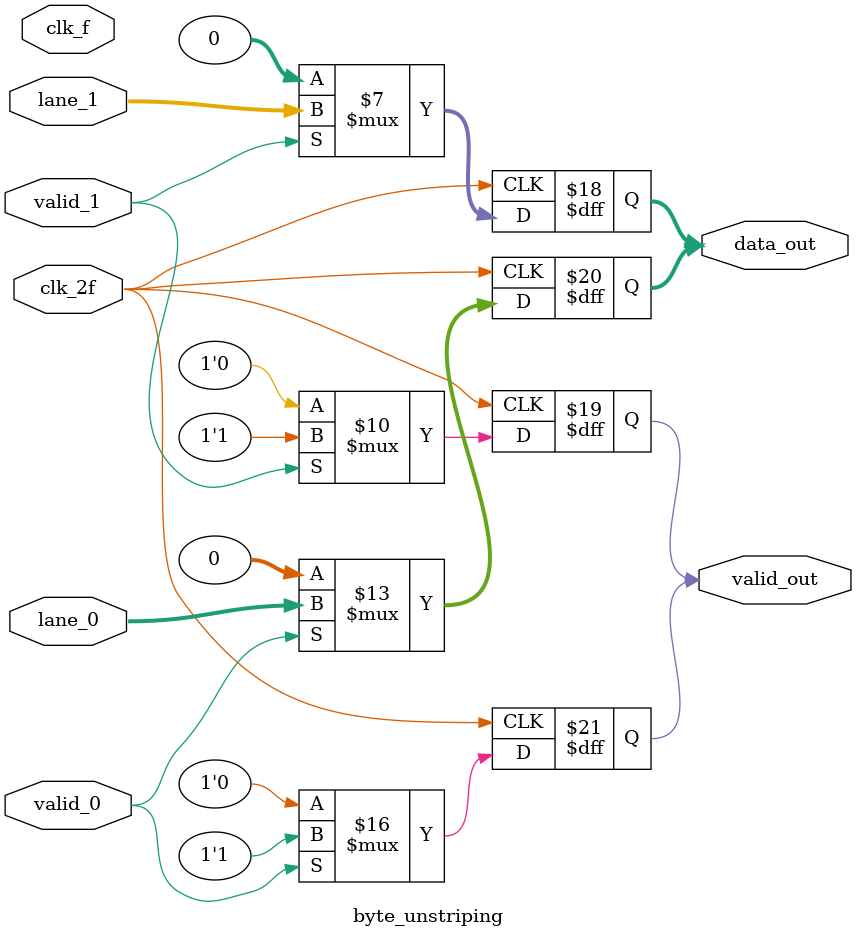
<source format=v>
module byte_unstriping(
    input clk_f,
    input clk_2f,
    input valid_0,
    input valid_1,
    input [31:0] lane_0,
    input [31:0] lane_1,
    output reg [31:0] data_out,
    output reg valid_out
    
);
initial begin
    data_out=32'h00000000;
    valid_out <= 1'b0;


end
    always @(posedge clk_2f ) 
        begin
            if (valid_0 == 0) 
                begin
                    valid_out <= 1'b0;
                    data_out <= 32'h00000000;
                    
                end 
            else 
                begin
                    valid_out <= 1'b1;
                    data_out = lane_0;

                    
                end
            
        end
    always @(negedge clk_2f ) 
        begin
            if (valid_1 == 0) 
                begin
                    valid_out <= 1'b0;
                    data_out <= 32'h00000000;
                    
                end 
            else 
                begin
                    valid_out <= 1'b1;
                    data_out = lane_1;

                    
                end
            
        end
    


endmodule
</source>
